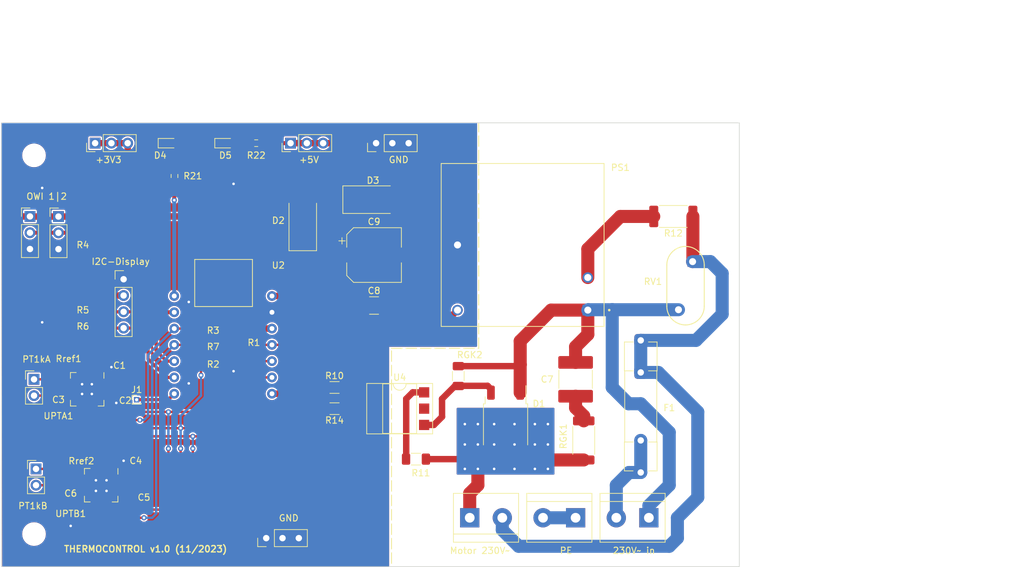
<source format=kicad_pcb>
(kicad_pcb (version 20221018) (generator pcbnew)
  (layers (0 "F.Cu" signal) (31 "B.Cu" signal) (34 "B.Paste" user) (35 "F.Paste" user) (36 "B.SilkS" user "B.Silkscreen") (37 "F.SilkS" user "F.Silkscreen") (38 "B.Mask" user) (39 "F.Mask" user) (44 "Edge.Cuts" user))
  (net 0 "")
  (net 1 "+3V3")
  (net 2 "GND")
  (net 3 "Net-(JPTa1-Pin_1)")
  (net 4 "Net-(JPTa1-Pin_2)")
  (net 5 "Net-(JPTb1-Pin_1)")
  (net 6 "Net-(JPTb1-Pin_2)")
  (net 7 "spi_sdi")
  (net 8 "spi_sck")
  (net 9 "spi_cs1")
  (net 10 "led")
  (net 11 "spi_cs2")
  (net 12 "+5V")
  (net 13 "owi")
  (net 14 "Net-(C7-Pad1)")
  (net 15 "gpio1")
  (net 16 "i2c_sck")
  (net 17 "i2c_sda")
  (net 18 "power_230V_N")
  (net 19 "Net-(D2-K)")
  (net 20 "power_230V_L1_fused")
  (net 21 "power_230V_L1")
  (net 22 "spi_sdo")
  (net 23 "Net-(PS1-AC(L))")
  (net 24 "Net-(UPTB1-ISENSOR)")
  (net 25 "Net-(UPTB1-BIAS)")
  (net 26 "Net-(UPTA1-ISENSOR)")
  (net 27 "Net-(UPTA1-BIAS)")
  (net 28 "Net-(D1-G)")
  (net 30 "motor_ctrl")
  (net 31 "Net-(R10-Pad2)")
  (net 32 "Net-(R11-Pad1)")
  (net 35 "Net-(J_230V_PE1-Pin_1)")
  (net 39 "Net-(D4-A)")
  (net 40 "Net-(D5-A)")
  (net 41 "/motor_control/triac_com")
  (footprint "MountingHole:MountingHole_3.2mm_M3" (layer "F.Cu") (at 31.75 75.565)
    (fp_text reference "H3" hide)
    (fp_text value "MountingHole")
  )
  (footprint "Resistor_SMD:R_0201_0603Metric_Pad0.64x0.40mm_HandSolder" (layer "F.Cu") (at 41.821769 43.438365)
    (fp_text reference "R6")
    (fp_text value "R")
  )
  (footprint "MountingHole:MountingHole_3.2mm_M3" (layer "F.Cu") (at 137.795 17.145)
    (fp_text reference "H1" hide)
    (fp_text value "MountingHole")
  )
  (footprint "Resistor_SMD:R_1206_3216Metric_Pad1.30x1.75mm_HandSolder" (layer "F.Cu") (at 91.313 63.881)
    (fp_text reference "R11")
    (fp_text value "360")
  )
  (footprint "Diode_SMD:D_SMB_Handsoldering" (layer "F.Cu") (at 73.66 26.67 90)
    (fp_text reference "D2")
    (fp_text value "D_Schottky")
  )
  (footprint "Connector_PinHeader_2.54mm:PinHeader_1x03_P2.54mm_Vertical" (layer "F.Cu") (at 35.56 26.05)
    (fp_text reference "JOWI1" hide)
    (fp_text value "Conn_01x03")
  )
  (footprint "VRES_B722-350V_TDK:VRES_B722-350V_TDK" (layer "F.Cu") (at 133.35 36.83 -90)
    (fp_text reference "RV1")
    (fp_text value "S10K350")
  )
  (footprint "Resistor_SMD:R_2512_6332Metric_Pad1.40x3.35mm_HandSolder" (layer "F.Cu") (at 117.475 60.96 90)
    (fp_text reference "RGK1")
    (fp_text value "39")
  )
  (footprint "Resistor_SMD:R_0201_0603Metric_Pad0.64x0.40mm_HandSolder" (layer "F.Cu") (at 41.821769 40.910809)
    (fp_text reference "R5")
    (fp_text value "R")
  )
  (footprint "Capacitor_SMD:C_0201_0603Metric_Pad0.64x0.40mm_HandSolder" (layer "F.Cu") (at 44.704 50.8 90)
    (fp_text reference "C1")
    (fp_text value "C")
  )
  (footprint "LED_SMD:LED_0603_1608Metric_Pad1.05x0.95mm_HandSolder" (layer "F.Cu") (at 61.595 14.605)
    (fp_text reference "D5")
    (fp_text value "power_led")
  )
  (footprint "Connector_PinHeader_2.54mm:PinHeader_1x04_P2.54mm_Vertical" (layer "F.Cu") (at 45.72 35.824)
    (fp_text reference "JDisplay1" hide)
    (fp_text value "Conn_01x04_Pin")
  )
  (footprint "MountingHole:MountingHole_3.2mm_M3" (layer "F.Cu") (at 137.795 74.93)
    (fp_text reference "H4" hide)
    (fp_text value "MountingHole")
  )
  (footprint "Connector_PinHeader_2.54mm:PinHeader_1x03_P2.54mm_Vertical" (layer "F.Cu") (at 67.96 76.2 90)
    (fp_text reference "JGND1" hide)
    (fp_text value "Conn_01x03" hide)
  )
  (footprint "xiao ESP32C3_PCB:flo_esp32s3" (layer "F.Cu") (at 53.614 56.22)
    (fp_text reference "U2")
    (fp_text value "MOUDLE-SEEEDUINO-XIAO-ESP32C3")
  )
  (footprint "Diode_SMD:D_SMB_Handsoldering" (layer "F.Cu") (at 84.615 23.414)
    (fp_text reference "D3")
    (fp_text value "SMBJ7.0A")
  )
  (footprint "Resistor_SMD:R_0201_0603Metric_Pad0.64x0.40mm_HandSolder" (layer "F.Cu") (at 57.343963 43.526442 180)
    (fp_text reference "R3")
    (fp_text value "1k")
  )
  (footprint "Resistor_SMD:R_0201_0603Metric_Pad0.64x0.40mm_HandSolder" (layer "F.Cu") (at 67.382215 45.653006 -90)
    (fp_text reference "R1")
    (fp_text value "1k")
  )
  (footprint "power_230v_5v_LD03_23B05R2:CONV_LD03-23B05R2" (layer "F.Cu") (at 107.95 30.48 180)
    (fp_text reference "PS1")
    (fp_text value "LD03-23B05R2")
  )
  (footprint "Connector_PinHeader_2.54mm:PinHeader_1x03_P2.54mm_Vertical" (layer "F.Cu") (at 85.09 14.605 90)
    (fp_text reference "JGND2" hide)
    (fp_text value "Conn_01x03")
  )
  (footprint "TerminalBlock:TerminalBlock_bornier-2_P5.08mm" (layer "F.Cu") (at 127.635 73.025 180)
    (fp_text reference "J_230V_in1" hide)
    (fp_text value "Screw_Terminal_01x02" hide)
  )
  (footprint "Package_DFN_QFN:TQFN-20-1EP_5x5mm_P0.65mm_EP3.25x3.25mm" (layer "F.Cu") (at 42.2185 67.945 -90)
    (fp_text reference "UPTB1")
    (fp_text value "MAX31865xTP")
  )
  (footprint "Resistor_SMD:R_0201_0603Metric_Pad0.64x0.40mm_HandSolder" (layer "F.Cu") (at 40.44338 48.458514)
    (fp_text reference "Rref1")
    (fp_text value "R")
  )
  (footprint "Connector_PinHeader_1.00mm:PinHeader_1x01_P1.00mm_Vertical" (layer "F.Cu") (at 47.752 54.61)
    (fp_text reference "J1")
    (fp_text value "Conn_01x01")
  )
  (footprint "Capacitor_SMD:C_1210_3225Metric_Pad1.33x2.70mm_HandSolder" (layer "F.Cu") (at 84.775 39.924)
    (fp_text reference "C8")
    (fp_text value "1u")
  )
  (footprint "Capacitor_SMD:C_0201_0603Metric_Pad0.64x0.40mm_HandSolder" (layer "F.Cu") (at 35.3605 52.8835 -90)
    (fp_text reference "C3")
    (fp_text value "100nF")
  )
  (footprint "Package_DFN_QFN:TQFN-20-1EP_5x5mm_P0.65mm_EP3.25x3.25mm" (layer "F.Cu") (at 40.035 52.989 -90)
    (fp_text reference "UPTA1")
    (fp_text value "MAX31865xTP")
  )
  (footprint "LED_SMD:LED_0603_1608Metric_Pad1.05x0.95mm_HandSolder" (layer "F.Cu") (at 52.775363 14.605)
    (fp_text reference "D4")
    (fp_text value "LED")
  )
  (footprint "Resistor_SMD:R_0603_1608Metric_Pad0.98x0.95mm_HandSolder" (layer "F.Cu") (at 66.3975 14.605 180)
    (fp_text reference "R22")
    (fp_text value "R")
  )
  (footprint "Resistor_SMD:R_1206_3216Metric_Pad1.30x1.75mm_HandSolder" (layer "F.Cu") (at 97.917 50.927 -90)
    (fp_text reference "RGK2")
    (fp_text value "330")
  )
  (footprint "MountingHole:MountingHole_3.2mm_M3" (layer "F.Cu") (at 31.75 16.51)
    (fp_text reference "H2" hide)
    (fp_text value "MountingHole")
  )
  (footprint "Connector_PinHeader_2.54mm:PinHeader_1x03_P2.54mm_Vertical" (layer "F.Cu") (at 71.755 14.605 90)
    (fp_text reference "J5V1" hide)
    (fp_text value "Conn_01x03")
  )
  (footprint "Resistor_SMD:R_1206_3216Metric_Pad1.30x1.75mm_HandSolder" (layer "F.Cu") (at 78.613 52.705)
    (fp_text reference "R10")
    (fp_text value "Rift")
  )
  (footprint "Connector_PinHeader_2.54mm:PinHeader_1x02_P2.54mm_Vertical" (layer "F.Cu") (at 32.0585 65.405)
    (fp_text reference "JPTb1" hide)
    (fp_text value "Conn_01x02")
  )
  (footprint "Resistor_SMD:R_2512_6332Metric_Pad1.40x3.35mm_HandSolder" (layer "F.Cu") (at 131.445 26.035 180)
    (fp_text reference "R12")
    (fp_text value "RES SMD 12 OHM 5% 3W 2512")
  )
  (footprint "Connector_PinHeader_2.54mm:PinHeader_1x02_P2.54mm_Vertical" (layer "F.Cu") (at 31.75 51.435)
    (fp_text reference "JPTa1" hide)
    (fp_text value "Conn_01x02")
  )
  (footprint "Package_TO_SOT_SMD:TO-252-2" (layer "F.Cu") (at 105.283 58.557 -90)
    (fp_text reference "D1")
    (fp_text value "ACST210")
  )
  (footprint "TerminalBlock:TerminalBlock_bornier-2_P5.08mm" (layer "F.Cu") (at 99.695 73.025)
    (fp_text reference "J_Motor_out1" hide)
    (fp_text value "Screw_Terminal_01x02")
  )
  (footprint "Resistor_SMD:R_0603_1608Metric_Pad0.98x0.95mm_HandSolder" (layer "F.Cu") (at 53.65401 19.725913 90)
    (fp_text reference "R21")
    (fp_text value "R")
  )
  (footprint "Package_DIP:DIP-6_W7.62mm_SMDSocket_SmallPads" (layer "F.Cu") (at 88.773 56.007)
    (fp_text reference "U4")
    (fp_text value "MOC3162M")
  )
  (footprint "Resistor_SMD:R_0201_0603Metric_Pad0.64x0.40mm_HandSolder" (layer "F.Cu") (at 57.785 49.0975 -90)
    (fp_text reference "R2")
    (fp_text value "1k")
  )
  (footprint "Capacitor_SMD:CP_Elec_8x6.9" (layer "F.Cu") (at 84.775 32.05)
    (fp_text reference "C9")
    (fp_text value "150u")
  )
  (footprint "Connector_PinHeader_2.54mm:PinHeader_1x03_P2.54mm_Vertical" (layer "F.Cu") (at 31.115 26.035)
    (fp_text reference "JOWI2" hide)
    (fp_text value "Conn_01x03")
  )
  (footprint "Resistor_SMD:R_0201_0603Metric_Pad0.64x0.40mm_HandSolder" (layer "F.Cu") (at 57.334446 46.063025 180)
    (fp_text reference "R7")
    (fp_text value "1k")
  )
  (footprint "Resistor_SMD:R_0201_0603Metric_Pad0.64x0.40mm_HandSolder" (layer "F.Cu") (at 38.735 28.1675 -90)
    (fp_text reference "R4")
    (fp_text value "R")
  )
  (footprint "Capacitor_SMD:C_0201_0603Metric_Pad0.64x0.40mm_HandSolder" (layer "F.Cu") (at 44.7585 53.245 -90)
    (fp_text reference "C2")
    (fp_text value "C")
  )
  (footprint "Capacitor_SMD:C_0201_0603Metric_Pad0.64x0.40mm_HandSolder" (layer "F.Cu") (at 37.1385 67.31 -90)
    (fp_text reference "C6")
    (fp_text value "100nF")
  )
  (footprint "Capacitor_SMD:C_0201_0603Metric_Pad0.64x0.40mm_HandSolder" (layer "F.Cu") (at 47.2985 68.1475 -90)
    (fp_text reference "C5")
    (fp_text value "C")
  )
  (footprint "Connector_PinHeader_2.54mm:PinHeader_1x03_P2.54mm_Vertical" (layer "F.Cu") (at 41.275 14.605 90)
    (fp_text reference "J3V3" hide)
    (fp_text value "Conn_01x03" hide)
  )
  (footprint "Capacitor_SMD:C_2220_5650Metric_Pad1.97x5.40mm_HandSolder" (layer "F.Cu") (at 116.205 51.435 90)
    (fp_text reference "C7")
    (fp_text value "10nF (X2)")
  )
  (footprint "Resistor_SMD:R_0201_0603Metric_Pad0.64x0.40mm_HandSolder" (layer "F.Cu") (at 42.620878 63.534057)
    (fp_text reference "Rref2")
    (fp_text value "R")
  )
  (footprint "Resistor_SMD:R_1206_3216Metric_Pad1.30x1.75mm_HandSolder" (layer "F.Cu") (at 78.613 56.007 180)
    (fp_text reference "R14")
    (fp_text value "4k7")
  )
  (footprint "Fuse:Fuseholder_Clip-5x20mm_Schurter_CQM_Inline_P20.60x5.00mm_D1.00mm_Horizontal" (layer "F.Cu") (at 126.365 45.36 -90)
    (fp_text reference "F1")
    (fp_text value "0031.8201")
  )
  (footprint "Capacitor_SMD:C_0201_0603Metric_Pad0.64x0.40mm_HandSolder" (layer "F.Cu") (at 47.2985 65.8375 90)
    (fp_text reference "C4")
    (fp_text value "C")
  )
  (footprint "TerminalBlock:TerminalBlock_bornier-2_P5.08mm" (layer "F.Cu") (at 116.205 73.025 180)
    (fp_text reference "J_230V_PE1" hide)
    (fp_text value "Screw_Terminal_01x02" hide)
  )
  (gr_rect (start 186.055 -7.62) (end 186.055 -7.62) (stroke (width 0.2)) (fill none) (layer "F.Cu"))
  (gr_line (start 87.503 80.137) (end 87.503 46.609) (stroke (width 0.15) (type dash)) (layer "F.SilkS"))
  (gr_line (start 87.503 46.609) (end 101.092 46.609) (stroke (width 0.15) (type dash)) (layer "F.SilkS"))
  (gr_line (start 101.092 46.609) (end 101.092 11.557) (stroke (width 0.15) (type dash)) (layer "F.SilkS"))
  (gr_rect (start 26.67 11.43) (end 141.732 80.645) (stroke (width 0.1)) (fill none) (layer "Edge.Cuts"))
  (gr_text "+3V3" (at 41.275 17.78) (layer "F.SilkS") (effects (font (size 1 1)) (justify left bottom)))
  (gr_text "I2C-Display" (at 40.64 33.655) (layer "F.SilkS") (effects (font (size 1 1)) (justify left bottom)))
  (gr_text "THERMOCONTROL v1.0 (11/2023)" (at 36.322 78.486) (layer "F.SilkS") (effects (font (size 1 1) (thickness 0.2) bold) (justify left bottom)))
  (gr_text "PE" (at 113.665 78.74) (layer "F.SilkS") (effects (font (size 1 1)) (justify left bottom)))
  (gr_text "PT1kA" (at 29.845 48.895) (layer "F.SilkS") (effects (font (size 1 1)) (justify left bottom)))
  (gr_text "230V~ in" (at 121.92 78.74) (layer "F.SilkS") (effects (font (size 1 1)) (justify left bottom)))
  (gr_text "GND" (at 69.85 73.66) (layer "F.SilkS") (effects (font (size 1 1)) (justify left bottom)))
  (gr_text "PT1kB" (at 29.21 71.755) (layer "F.SilkS") (effects (font (size 1 1)) (justify left bottom)))
  (gr_text "GND" (at 86.995 17.78) (layer "F.SilkS") (effects (font (size 1 1)) (justify left bottom)))
  (gr_text "OWI 1|2" (at 30.48 23.495) (layer "F.SilkS") (effects (font (size 1 1)) (justify left bottom)))
  (gr_text "Motor 230V~" (at 96.52 78.74) (layer "F.SilkS") (effects (font (size 1 1)) (justify left bottom)))
  (gr_text "+5V" (at 73.025 17.78) (layer "F.SilkS") (effects (font (size 1 1)) (justify left bottom)))
  (segment (start 57.785 42.545) (end 60.325 40.005) (width 0.381) (layer "F.Cu") (net 1))
  (segment (start 41.414269 39.865731) (end 42.916 38.364) (width 0.508) (layer "F.Cu") (net 1))
  (segment (start 57.751463 43.526442) (end 57.785 43.492905) (width 0.381) (layer "F.Cu") (net 1))
  (segment (start 67.31 43.52) (end 68.854 43.52) (width 1.016) (layer "F.Cu") (net 1))
  (segment (start 35.56 26.05) (end 31.13 26.05) (width 1.016) (layer "F.Cu") (net 1))
  (segment (start 41.414269 43.438365) (end 41.414269 40.910809) (width 0.508) (layer "F.Cu") (net 1))
  (segment (start 47.2985 67.74) (end 48.465 67.74) (width 0.381) (layer "F.Cu") (net 1))
  (segment (start 46.8535 67.295) (end 47.2985 67.74) (width 0.381) (layer "F.Cu") (net 1))
  (segment (start 62.23 28.575) (end 62.23 40.005) (width 1.016) (layer "F.Cu") (net 1))
  (segment (start 62.23 40.005) (end 65.745 43.52) (width 1.016) (layer "F.Cu") (net 1))
  (segment (start 31.13 26.05) (end 31.115 26.035) (width 1.016) (layer "F.Cu") (net 1))
  (segment (start 44.2225 51.689) (end 44.704 51.2075) (width 0.381) (layer "F.Cu") (net 1))
  (segment (start 45.942 51.213) (end 46.355 50.8) (width 0.381) (layer "F.Cu") (net 1))
  (segment (start 31.362332 61.842332) (end 48.507332 61.842332) (width 1.016) (layer "F.Cu") (net 1))
  (segment (start 49.325 66.245) (end 49.53 66.04) (width 0.381) (layer "F.Cu") (net 1))
  (segment (start 29.21 26.035) (end 28.575 26.67) (width 1.016) (layer "F.Cu") (net 1))
  (segment (start 65.745 43.52) (end 67.31 43.52) (width 1.016) (layer "F.Cu") (net 1))
  (segment (start 45.8525 52.8375) (end 46.355 52.335) (width 0.381) (layer "F.Cu") (net 1))
  (segment (start 42.916 38.364) (end 45.72 38.364) (width 0.508) (layer "F.Cu") (net 1))
  (segment (start 41.91 26.035) (end 48.26 26.035) (width 1.016) (layer "F.Cu") (net 1))
  (segment (start 44.704 51.2075) (end 45.9365 51.2075) (width 0.381) (layer "F.Cu") (net 1))
  (segment (start 57.785 43.492905) (end 57.785 42.545) (width 0.381) (layer "F.Cu") (net 1))
  (segment (start 41.414269 40.910809) (end 41.414269 39.865731) (width 0.508) (layer "F.Cu") (net 1))
  (segment (start 46.355 20.955) (end 46.355 24.13) (width 1.016) (layer "F.Cu") (net 1))
  (segment (start 57.741946 43.535959) (end 57.751463 43.526442) (width 0.381) (layer "F.Cu") (net 1))
  (segment (start 46.355 14.605) (end 43.815 14.605) (width 1) (layer "F.Cu") (net 1))
  (segment (start 28.575 26.67) (end 28.575 36.195) (width 1.016) (layer "F.Cu") (net 1))
  (segment (start 49.53 62.865) (end 49.53 66.04) (width 1.016) (layer "F.Cu") (net 1))
  (segment (start 30.744 38.364) (end 45.72 38.364) (width 1.016) (layer "F.Cu") (net 1))
  (segment (start 67.382215 45.245506) (end 67.382215 43.592215) (width 0.381) (layer "F.Cu") (net 1))
  (segment (start 31.115 26.035) (end 29.21 26.035) (width 1.016) (layer "F.Cu") (net 1))
  (segment (start 46.355 48.895) (end 45.085 47.625) (width 0.508) (layer "F.Cu") (net 1))
  (segment (start 28.575 36.195) (end 30.744 38.364) (width 1.016) (layer "F.Cu") (net 1))
  (segment (start 46.355 52.335) (end 46.355 52.07) (width 0.25) (layer "F.Cu") (net 1))
  (segment (start 60.325 40.005) (end 62.23 40.005) (width 0.381) (layer "F.Cu") (net 1))
  (segment (start 44.7585 52.8375) (end 45.8525 52.8375) (width 0.381) (layer "F.Cu") (net 1))
  (segment (start 42.4725 52.339) (end 44.26 52.339) (width 0.381) (layer "F.Cu") (net 1))
  (segment (start 46.355 50.8) (end 46.355 48.895) (width 0.508) (layer "F.Cu") (net 1))
  (segment (start 46.8985 66.645) (end 47.2985 66.245) (width 0.381) (layer "F.Cu") (net 1))
  (segment (start 48.507332 61.842332) (end 49.53 62.865) (width 1.016) (layer "F.Cu") (net 1))
  (segment (start 38.735 26.05) (end 41.895 26.05) (width 1.016) (layer "F.Cu") (net 1))
  (segment (start 49.53 66.04) (end 49.53 66.675) (width 1.016) (layer "F.Cu") (net 1))
  (segment (start 48.26 26.035) (end 59.69 26.035) (width 1.016) (layer "F.Cu") (net 1))
  (segment (start 57.785 48.69) (end 57.785 46.106079) (width 0.381) (layer "F.Cu") (net 1))
  (segment (start 57.741946 46.063025) (end 57.741946 43.535959) (width 0.381) (layer "F.Cu") (net 1))
  (segment (start 41.275 14.605) (end 43.815 14.605) (width 1) (layer "F.Cu") (net 1))
  (segment (start 41.895 26.05) (end 41.91 26.035) (width 1.016) (layer "F.Cu") (net 1))
  (segment (start 28.575 59.055) (end 31.362332 61.842332) (width 1.016) (layer "F.Cu") (net 1))
  (segment (start 46.355 24.13) (end 48.26 26.035) (width 1.016) (layer "F.Cu") (net 1))
  (segment (start 28.575 36.195) (end 28.575 59.055) (width 1.016) (layer "F.Cu") (net 1))
  (segment (start 46.355 14.605) (end 46.355 20.955) (width 1) (layer "F.Cu") (net 1))
  (segment (start 43.18 47.625) (end 41.414269 45.859269) (width 0.508) (layer "F.Cu") (net 1))
  (segment (start 44.26 52.339) (end 44.7585 52.8375) (width 0.381) (layer "F.Cu") (net 1))
  (segment (start 42.4725 51.689) (end 44.2225 51.689) (width 0.381) (layer "F.Cu") (net 1))
  (segment (start 59.69 26.035) (end 62.23 28.575) (width 1.016) (layer "F.Cu") (net 1))
  (segment (start 45.9365 51.2075) (end 45.942 51.213) (width 0.381) (layer "F.Cu") (net 1))
  (segment (start 35.545 26.035) (end 35.56 26.05) (width 0.508) (layer "F.Cu") (net 1))
  (segment (start 44.656 66.645) (end 46.8985 66.645) (width 0.381) (layer "F.Cu") (net 1))
  (segment (start 46.355 52.07) (end 46.355 50.8) (width 0.508) (layer "F.Cu") (net 1))
  (segment (start 44.656 67.295) (end 46.8535 67.295) (width 0.381) (layer "F.Cu") (net 1))
  (segment (start 45.085 47.625) (end 43.18 47.625) (width 0.508) (layer "F.Cu") (net 1))
  (segment (start 57.785 46.106079) (end 57.741946 46.063025) (width 0.381) (layer "F.Cu") (net 1))
  (segment (start 38.735 26.05) (end 35.56 26.05) (width 1.016) (layer "F.Cu") (net 1))
  (segment (start 67.382215 43.592215) (end 67.31 43.52) (width 0.254) (layer "F.Cu") (net 1))
  (segment (start 38.735 27.76) (end 38.735 26.05) (width 0.508) (layer "F.Cu") (net 1))
  (segment (start 41.414269 45.859269) (end 41.414269 43.438365) (width 0.508) (layer "F.Cu") (net 1))
  (segment (start 48.465 67.74) (end 49.53 66.675) (width 0.381) (layer "F.Cu") (net 1))
  (segment (start 44.7585 52.8375) (end 44.761047 52.840047) (width 0.25) (layer "F.Cu") (net 1))
  (segment (start 47.2985 66.245) (end 49.325 66.245) (width 0.381) (layer "F.Cu") (net 1))
  (segment (start 84.963 56.007) (end 80.163 56.007) (width 1) (layer "F.Cu") (net 2))
  (via (at 43.053 67.183) (size 0.8) (drill 0.4) (layers "F.Cu" "B.Cu") (net 2))
  (via (at 41.402 67.183) (size 0.8) (drill 0.4) (layers "F.Cu" "B.Cu") (net 2))
  (via (at 55.88 39.37) (size 0.8) (drill 0.4) (layers "F.Cu" "B.Cu") (net 2))
  (via (at 44.577 55.118) (size 0.8) (drill 0.4) (layers "F.Cu" "B.Cu") (net 2))
  (via (at 43.053 68.834) (size 0.8) (drill 0.4) (layers "F.Cu" "B.Cu") (net 2))
  (via (at 33.02 21.59) (size 0.8) (drill 0.4) (layers "F.Cu" "B.Cu") (net 2))
  (via (at 41.402 68.834) (size 0.8) (drill 0.4) (layers "F.Cu" "B.Cu") (net 2))
  (via (at 45.72 64.135) (size 0.8) (drill 0.4) (layers "F.Cu" "B.Cu") (net 2))
  (via (at 39.243 53.721) (size 0.8) (drill 0.4) (layers "F.Cu" "B.Cu") (net 2))
  (via (at 55.88 52.07) (size 0.8) (drill 0.4) (layers "F.Cu" "B.Cu") (net 2))
  (via (at 43.815 49.53) (size 0.8) (drill 0.4) (layers "F.Cu" "B.Cu") (net 2))
  (via (at 62.865 20.955) (size 0.8) (drill 0.4) (layers "F.Cu" "B.Cu") (net 2))
  (via (at 39.243 52.197) (size 0.8) (drill 0.4) (layers "F.Cu" "B.Cu") (net 2))
  (via (at 37.465 74.295) (size 0.8) (drill 0.4) (layers "F.Cu" "B.Cu") (net 2))
  (via (at 40.767 53.721) (size 0.8) (drill 0.4) (layers "F.Cu" "B.Cu") (net 2))
  (via (at 33.02 42.545) (size 0.8) (drill 0.4) (layers "F.Cu" "B.Cu") (net 2))
  (via (at 62.865 50.165) (size 0.8) (drill 0.4) (layers "F.Cu" "B.Cu") (net 2))
  (via (at 40.767 52.197) (size 0.8) (drill 0.4) (layers "F.Cu" "B.Cu") (net 2))
  (segment (start 36.0975 52.476) (end 36.2345 52.339) (width 0.381) (layer "F.Cu") (net 3))
  (segment (start 32.0585 51.435) (end 34.3195 51.435) (width 0.381) (layer "F.Cu") (net 3))
  (segment (start 38.735 50.5515) (end 37.006 50.5515) (width 0.381) (layer "F.Cu") (net 3))
  (segment (start 36.2345 51.323) (end 37.006 50.5515) (width 0.381) (layer "F.Cu") (net 3))
  (segment (start 37.5975 52.339) (end 36.2345 52.339) (width 0.381) (layer "F.Cu") (net 3))
  (segment (start 36.2345 51.323) (end 36.2345 52.339) (width 0.381) (layer "F.Cu") (net 3))
  (segment (start 34.3195 51.435) (end 35.3605 52.476) (width 0.381) (layer "F.Cu") (net 3))
  (segment (start 35.3605 52.476) (end 36.0975 52.476) (width 0.381) (layer "F.Cu") (net 3))
  (segment (start 37.5975 53.639) (end 35.7085 53.639) (width 0.381) (layer "F.Cu") (net 4))
  (segment (start 35.7085 53.639) (end 35.3605 53.291) (width 0.381) (layer "F.Cu") (net 4))
  (segment (start 34.5205 53.291) (end 35.3605 53.291) (width 0.381) (layer "F.Cu") (net 4))
  (segment (start 37.5975 52.989) (end 37.5975 53.639) (width 0.381) (layer "F.Cu") (net 4))
  (segment (start 33.8365 53.975) (end 34.5205 53.291) (width 0.381) (layer "F.Cu") (net 4))
  (segment (start 32.0585 53.975) (end 33.8365 53.975) (width 0.381) (layer "F.Cu") (net 4))
  (segment (start 37.1385 66.9025) (end 35.641 65.405) (width 0.381) (layer "F.Cu") (net 5))
  (segment (start 38.4085 66.9025) (end 37.1385 66.9025) (width 0.381) (layer "F.Cu") (net 5))
  (segment (start 40.9185 65.5075) (end 38.941 65.5075) (width 0.381) (layer "F.Cu") (net 5))
  (segment (start 39.0285 67.295) (end 38.636 66.9025) (width 0.381) (layer "F.Cu") (net 5))
  (segment (start 38.4085 66.04) (end 38.4085 66.9025) (width 0.381) (layer "F.Cu") (net 5))
  (segment (start 38.636 66.9025) (end 38.4085 66.9025) (width 0.381) (layer "F.Cu") (net 5))
  (segment (start 39.781 67.295) (end 39.0285 67.295) (width 0.381) (layer "F.Cu") (net 5))
  (segment (start 35.641 65.405) (end 32.0585 65.405) (width 0.381) (layer "F.Cu") (net 5))
  (segment (start 38.941 65.5075) (end 38.4085 66.04) (width 0.381) (layer "F.Cu") (net 5))
  (segment (start 38.1 67.945) (end 39.781 67.945) (width 0.381) (layer "F.Cu") (net 6))
  (segment (start 32.0585 67.945) (end 35.625612 67.945) (width 0.381) (layer "F.Cu") (net 6))
  (segment (start 37.1385 67.7175) (end 37.8725 67.7175) (width 0.381) (layer "F.Cu") (net 6))
  (segment (start 35.853112 67.7175) (end 37.1385 67.7175) (width 0.381) (layer "F.Cu") (net 6))
  (segment (start 35.625612 67.945) (end 35.853112 67.7175) (width 0.381) (layer "F.Cu") (net 6))
  (segment (start 39.781 68.595) (end 39.781 67.945) (width 0.381) (layer "F.Cu") (net 6))
  (segment (start 37.8725 67.7175) (end 38.1 67.945) (width 0.381) (layer "F.Cu") (net 6))
  (segment (start 38.735 58.42) (end 40.64 60.325) (width 0.381) (layer "F.Cu") (net 7))
  (segment (start 68.854 46.06) (end 67.382721 46.06) (width 0.381) (layer "F.Cu") (net 7))
  (segment (start 67.382721 46.06) (end 67.382215 46.060506) (width 0.381) (layer "F.Cu") (net 7))
  (segment (start 56.515 70.485) (end 56.515 62.23) (width 0.381) (layer "F.Cu") (net 7))
  (segment (start 71.5235 46.06) (end 68.854 46.06) (width 0.381) (layer "F.Cu") (net 7))
  (segment (start 43.4975 75.565) (end 51.435 75.565) (width 0.381) (layer "F.Cu") (net 7))
  (segment (start 40.9185 70.3825) (end 40.9185 72.986) (width 0.381) (layer "F.Cu") (net 7))
  (segment (start 59.563 60.325) (end 67.437 52.451) (width 0.381) (layer "F.Cu") (net 7))
  (segment (start 71.5645 52.451) (end 72.517 51.4985) (width 0.381) (layer "F.Cu") (net 7))
  (segment (start 40.9185 72.986) (end 43.4975 75.565) (width 0.381) (layer "F.Cu") (net 7))
  (segment (start 67.437 52.451) (end 71.5645 52.451) (width 0.381) (layer "F.Cu") (net 7))
  (segment (start 40.64 60.325) (end 59.563 60.325) (width 0.381) (layer "F.Cu") (net 7))
  (segment (start 51.435 75.565) (end 56.515 70.485) (width 0.381) (layer "F.Cu") (net 7))
  (segment (start 38.735 55.4265) (end 38.735 58.42) (width 0.381) (layer "F.Cu") (net 7))
  (segment (start 72.517 51.4985) (end 72.517 47.0535) (width 0.381) (layer "F.Cu") (net 7))
  (segment (start 72.517 47.0535) (end 71.5235 46.06) (width 0.381) (layer "F.Cu") (net 7))
  (via (at 56.515 62.23) (size 0.8) (drill 0.4) (layers "F.Cu" "B.Cu") (net 7))
  (via (at 56.515 60.325) (size 0.8) (drill 0.4) (layers "F.Cu" "B.Cu") (net 7))
  (segment (start 56.515 62.23) (end 56.515 60.325) (width 0.381) (layer "B.Cu") (net 7))
  (segment (start 39.385 57.8) (end 39.385 55.4265) (width 0.381) (layer "F.Cu") (net 8))
  (segment (start 41.5685 70.3825) (end 41.5685 72.366) (width 0.381) (layer "F.Cu") (net 8))
  (segment (start 59.15025 59.055) (end 40.64 59.055) (width 0.381) (layer "F.Cu") (net 8))
  (segment (start 43.4975 74.295) (end 50.8 74.295) (width 0.381) (layer "F.Cu") (net 8))
  (segment (start 41.5685 72.366) (end 43.4975 74.295) (width 0.381) (layer "F.Cu") (net 8))
  (segment (start 57.785 50.8) (end 57.785 49.505) (width 0.381) (layer "F.Cu") (net 8))
  (segment (start 40.64 59.055) (end 39.385 57.8) (width 0.381) (layer "F.Cu") (net 8))
  (segment (start 67.06525 51.14) (end 59.15025 59.055) (width 0.381) (layer "F.Cu") (net 8))
  (segment (start 50.8 74.295) (end 54.61 70.485) (width 0.381) (layer "F.Cu") (net 8))
  (segment (start 68.854 51.14) (end 67.06525 51.14) (width 0.381) (layer "F.Cu") (net 8))
  (segment (start 54.61 70.485) (end 54.61 62.23) (width 0.381) (layer "F.Cu") (net 8))
  (via (at 54.61 62.23) (size 0.8) (drill 0.4) (layers "F.Cu" "B.Cu") (net 8))
  (via (at 57.785 50.8) (size 0.8) (drill 0.4) (layers "F.Cu" "B.Cu") (net 8))
  (via (at 54.61 59.055) (size 0.8) (drill 0.4) (layers "F.Cu" "B.Cu") (net 8))
  (segment (start 54.61 59.055) (end 54.61 57.15) (width 0.381) (layer "B.Cu") (net 8))
  (segment (start 57.785 53.975) (end 57.785 50.8) (width 0.381) (layer "B.Cu") (net 8))
  (segment (start 54.61 62.23) (end 54.61 59.055) (width 0.381) (layer "B.Cu") (net 8))
  (segment (start 54.61 57.15) (end 57.785 53.975) (width 0.381) (layer "B.Cu") (net 8))
  (segment (start 40.035 55.4265) (end 40.035 56.545) (width 0.381) (layer "F.Cu") (net 9))
  (segment (start 53.614 43.52) (end 56.930021 43.52) (width 0.381) (layer "F.Cu") (net 9))
  (segment (start 41.275 57.785) (end 48.26 57.785) (width 0.381) (layer "F.Cu") (net 9))
  (segment (start 40.035 56.545) (end 41.275 57.785) (width 0.381) (layer "F.Cu") (net 9))
  (segment (start 56.930021 43.52) (end 56.936463 43.526442) (width 0.381) (layer "F.Cu") (net 9))
  (via (at 48.26 57.785) (size 0.8) (drill 0.4) (layers "F.Cu" "B.Cu") (net 9))
  (segment (start 48.26 57.785) (end 48.895 57.785) (width 0.381) (layer "B.Cu") (net 9))
  (segment (start 49.53 57.15) (end 49.53 47.604) (width 0.381) (layer "B.Cu") (net 9))
  (segment (start 49.53 47.604) (end 53.614 43.52) (width 0.381) (layer "B.Cu") (net 9))
  (segment (start 48.895 57.785) (end 49.53 57.15) (width 0.381) (layer "B.Cu") (net 9))
  (segment (start 53.61912 23.495) (end 53.61912 20.673303) (width 0.635) (layer "F.Cu") (net 10))
  (segment (start 53.61912 20.673303) (end 53.65401 20.638413) (width 0.508) (layer "F.Cu") (net 10))
  (via (at 53.61912 23.495) (size 0.8) (drill 0.4) (layers "F.Cu" "B.Cu") (net 10))
  (segment (start 53.614 31.476) (end 53.614 38.44) (width 0.635) (layer "B.Cu") (net 10))
  (segment (start 53.61912 31.47088) (end 53.614 31.476) (width 0.635) (layer "B.Cu") (net 10))
  (segment (start 53.61912 23.495) (end 53.61912 31.47088) (width 0.635) (layer "B.Cu") (net 10))
  (segment (start 56.923921 46.06) (end 56.926946 46.063025) (width 0.381) (layer "F.Cu") (net 11))
  (segment (start 42.2185 71.691339) (end 43.552161 73.025) (width 0.381) (layer "F.Cu") (net 11))
  (segment (start 43.552161 73.025) (end 48.895 73.025) (width 0.381) (layer "F.Cu") (net 11))
  (segment (start 53.614 46.06) (end 56.923921 46.06) (width 0.381) (layer "F.Cu") (net 11))
  (segment (start 42.2185 70.3825) (end 42.2185 71.691339) (width 0.381) (layer "F.Cu") (net 11))
  (via (at 48.895 73.025) (size 0.8) (drill 0.4) (layers "F.Cu" "B.Cu") (net 11))
  (segment (start 48.895 73.025) (end 50.165 73.025) (width 0.381) (layer "B.Cu") (net 11))
  (segment (start 50.165 73.025) (end 50.8 72.39) (width 0.381) (layer "B.Cu") (net 11))
  (segment (start 50.8 72.39) (end 50.8 48.874) (width 0.381) (layer "B.Cu") (net 11))
  (segment (start 50.8 48.874) (end 53.614 46.06) (width 0.381) (layer "B.Cu") (net 11))
  (segment (start 81.915 17.544) (end 78.976 14.605) (width 1.016) (layer "F.Cu") (net 12))
  (segment (start 81.3 32.05) (end 81.3 27.651) (width 1.016) (layer "F.Cu") (net 12))
  (segment (start 71.755 14.605) (end 74.295 14.605) (width 1.016) (layer "F.Cu") (net 12))
  (segment (start 81.915 27.036) (end 81.915 23.414) (width 1.016) (layer "F.Cu") (net 12))
  (segment (start 71.755 14.605) (end 67.31 14.605) (width 0.635) (layer "F.Cu") (net 12))
  (segment (start 97.79 40.64) (end 93.98 44.45) (width 1.016) (layer "F.Cu") (net 12))
  (segment (start 93.98 44.45) (end 84.455 44.45) (width 1.016) (layer "F.Cu") (net 12))
  (segment (start 83.2125 43.1525) (end 83.2125 39.924) (width 1.016) (layer "F.Cu") (net 12))
  (segment (start 83.185 43.18) (end 83.2125 43.1525) (width 1.016) (layer "F.Cu") (net 12))
  (segment (start 81.3 32.05) (end 81.3 34.925) (width 1.016) (layer "F.Cu") (net 12))
  (segment (start 81.915 23.414) (end 81.915 17.544) (width 1.016) (layer "F.Cu") (net 12))
  (segment (start 81.3 34.925) (end 83.2125 36.8375) (width 1.016) (layer "F.Cu") (net 12))
  (segment (start 81.915 27.036) (end 81.3 27.651) (width 1.016) (layer "F.Cu") (net 12))
  (segment (start 84.455 44.45) (end 83.185 43.18) (width 1.016) (layer "F.Cu") (net 12))
  (segment (start 73.66 23.97) (end 78.265 23.97) (width 1.016) (layer "F.Cu") (net 12))
  (segment (start 76.835 14.605) (end 74.295 14.605) (width 1.016) (layer "F.Cu") (net 12))
  (segment (start 83.2125 36.8375) (end 83.2125 39.924) (width 1.016) (layer "F.Cu") (net 12))
  (segment (start 78.976 14.605) (end 76.835 14.605) (width 1.016) (layer "F.Cu") (net 12))
  (segment (start 78.265 23.97) (end 78.821 23.414) (width 1.016) (layer "F.Cu") (net 12))
  (segment (start 81.915 23.414) (end 78.821 23.414) (width 1.016) (layer "F.Cu") (net 12))
  (segment (start 35.545 28.575) (end 35.56 28.59) (width 0.635) (layer "F.Cu") (net 13))
  (segment (start 38.735 28.575) (end 35.575 28.575) (width 0.635) (layer "F.Cu") (net 13))
  (segment (start 50.8 31.75) (end 47.625 28.575) (width 0.635) (layer "F.Cu") (net 13))
  (segment (start 52.41 40.98) (end 50.8 39.37) (width 0.635) (layer "F.Cu") (net 13))
  (segment (start 35.575 28.575) (end 35.56 28.59) (width 0.635) (layer "F.Cu") (net 13))
  (segment (start 50.8 39.37) (end 50.8 31.75) (width 0.635) (layer "F.Cu") (net 13))
  (segment (start 31.115 28.575) (end 35.545 28.575) (width 0.635) (layer "F.Cu") (net 13))
  (segment (start 53.614 40.98) (end 52.41 40.98) (width 0.635) (layer "F.Cu") (net 13))
  (segment (start 47.625 28.575) (end 38.735 28.575) (width 0.635) (layer "F.Cu") (net 13))
  (segment (start 117.475 57.91) (end 117.475 57.15) (width 2.032) (layer "F.Cu") (net 14))
  (segment (start 117.475 57.15) (end 116.205 55.88) (width 2.032) (layer "F.Cu") (net 14))
  (segment (start 116.205 54.0725) (end 116.205 55.88) (width 2.032) (layer "F.Cu") (net 14))
  (segment (start 53.614 53.68) (end 52.684 54.61) (width 0.508) (layer "F.Cu") (net 15))
  (segment (start 52.684 54.61) (end 47.752 54.61) (width 0.508) (layer "F.Cu") (net 15))
  (segment (start 45.72 43.444) (end 42.234904 43.444) (width 0.508) (layer "F.Cu") (net 16))
  (segment (start 49.53 45.085) (end 47.889 43.444) (width 0.508) (layer "F.Cu") (net 16))
  (segment (start 49.53 48.26) (end 49.53 45.085) (width 0.508) (layer "F.Cu") (net 16))
  (segment (start 53.614 51.14) (end 52.41 51.14) (width 0.508) (layer "F.Cu") (net 16))
  (segment (start 47.889 43.444) (end 45.72 43.444) (width 0.508) (layer "F.Cu") (net 16))
  (segment (start 42.234904 43.444) (end 42.229269 43.438365) (width 0.254) (layer "F.Cu") (net 16))
  (segment (start 52.41 51.14) (end 49.53 48.26) (width 0.508) (layer "F.Cu") (net 16))
  (segment (start 53.614 48.6) (end 52.41 48.6) (width 0.508) (layer "F.Cu") (net 17))
  (segment (start 50.8 43.18) (end 48.524 40.904) (width 0.508) (layer "F.Cu") (net 17))
  (segment (start 45.713191 40.910809) (end 45.72 40.904) (width 0.254) (layer "F.Cu") (net 17))
  (segment (start 52.41 48.6) (end 50.8 46.99) (width 0.508) (layer "F.Cu") (net 17))
  (segment (start 42.229269 40.910809) (end 45.713191 40.910809) (width 0.508) (layer "F.Cu") (net 17))
  (segment (start 48.524 40.904) (end 45.72 40.904) (width 0.508) (layer "F.Cu") (net 17))
  (segment (start 50.8 46.99) (end 50.8 43.18) (width 0.508) (layer "F.Cu") (net 17))
  (segment (start 107.569 49.143) (end 107.569 45.466) (width 2.032) (layer "F.Cu") (net 18))
  (segment (start 97.917 49.377) (end 107.335 49.377) (width 1) (layer "F.Cu") (net 18))
  (segment (start 107.563 53.517) (end 107.563 49.149) (width 2.032) (layer "F.Cu") (net 18))
  (segment (start 118.11 44.45) (end 118.11 40.64) (width 2.032) (layer "F.Cu") (net 18))
  (segment (start 112.395 40.64) (end 118.11 40.64) (width 2.032) (layer "F.Cu") (net 18))
  (segment (start 107.563 49.149) (end 107.569 49.143) (width 2.032) (layer "F.Cu") (net 18))
  (segment (start 107.569 45.466) (end 112.395 40.64) (width 2.032) (layer "F.Cu") (net 18))
  (segment (start 116.205 48.7975) (end 116.205 46.355) (width 2.032) (layer "F.Cu") (net 18))
  (segment (start 116.205 46.355) (end 118.11 44.45) (width 2.032) (layer "F.Cu") (net 18))
  (segment (start 124.46 55.245) (end 121.92 52.705) (width 2.032) (layer "B.Cu") (net 18))
  (segment (start 121.92 40.58) (end 118.17 40.58) (width 2.032) (layer "B.Cu") (net 18))
  (segment (start 118.17 40.58) (end 118.11 40.64) (width 2.032) (layer "B.Cu") (net 18))
  (segment (start 130.81 59.69) (end 126.365 55.245) (width 2.032) (layer "B.Cu") (net 18))
  (segment (start 121.92 52.705) (end 121.92 40.58) (width 2.032) (layer "B.Cu") (net 18))
  (segment (start 127.635 73.025) (end 127.635 71.12) (width 2.032) (layer "B.Cu") (net 18))
  (segment (start 130.81 67.945) (end 130.81 59.69) (width 2.032) (layer "B.Cu") (net 18))
  (segment (start 132.25 40.58) (end 121.92 40.58) (width 2.032) (layer "B.Cu") (net 18))
  (segment (start 126.365 55.245) (end 124.46 55.245) (width 2.032) (layer "B.Cu") (net 18))
  (segment (start 127.635 71.12) (end 130.81 67.945) (width 2.032) (layer "B.Cu") (net 18))
  (segment (start 72.685 38.44) (end 73.66 37.465) (width 1.016) (layer "F.Cu") (net 19))
  (segment (start 73.66 37.465) (end 73.66 29.37) (width 1.016) (layer "F.Cu") (net 19))
  (segment (start 68.854 38.44) (end 72.685 38.44) (width 1.016) (layer "F.Cu") (net 19))
  (segment (start 134.495 26.035) (end 134.495 33.035) (width 2.032) (layer "F.Cu") (net 20))
  (segment (start 134.495 33.035) (end 134.45 33.08) (width 2.032) (layer "F.Cu") (net 20))
  (segment (start 104.775 73.025) (end 104.775 74.93) (width 2.032) (layer "B.Cu") (net 20))
  (segment (start 126.365 45.36) (end 134.98 45.36) (width 2.032) (layer "B.Cu") (net 20))
  (segment (start 132.08 76.2) (end 132.08 73.025) (width 2.032) (layer "B.Cu") (net 20))
  (segment (start 104.775 74.93) (end 107.315 77.47) (width 2.032) (layer "B.Cu") (net 20))
  (segment (start 139.065 34.925) (end 137.22 33.08) (width 2.032) (layer "B.Cu") (net 20))
  (segment (start 129.1 50.36) (end 126.365 50.36) (width 2.032) (layer "B.Cu") (net 20))
  (segment (start 137.22 33.08) (end 134.45 33.08) (width 2.032) (layer "B.Cu") (net 20))
  (segment (start 135.255 56.515) (end 129.1 50.36) (width 2.032) (layer "B.Cu") (net 20))
  (segment (start 107.315 77.47) (end 130.81 77.47) (width 2.032) (layer "B.Cu") (net 20))
  (segment (start 126.365 50.36) (end 126.365 45.36) (width 2.032) (layer "B.Cu") (net 20))
  (segment (start 135.255 69.85) (end 135.255 56.515) (width 2.032) (layer "B.Cu") (net 20))
  (segment (start 139.065 41.275) (end 139.065 34.925) (width 2.032) (layer "B.Cu") (net 20))
  (segment (start 134.98 45.36) (end 139.065 41.275) (width 2.032) (layer "B.Cu") (net 20))
  (segment (start 132.08 73.025) (end 135.255 69.85) (width 2.032) (layer "B.Cu") (net 20))
  (segment (start 130.81 77.47) (end 132.08 76.2) (width 2.032) (layer "B.Cu") (net 20))
  (segment (start 124.54 65.96) (end 126.365 65.96) (width 2.032) (layer "B.Cu") (net 21))
  (segment (start 124.54 65.96) (end 122.555 67.945) (width 2.032) (layer "B.Cu") (net 21))
  (segment (start 122.555 67.945) (end 122.555 73.025) (width 2.032) (layer "B.Cu") (net 21))
  (segment (start 126.365 60.96) (end 126.365 65.96) (width 2.032) (layer "B.Cu") (net 21))
  (segment (start 42.8685 71.024043) (end 43.599457 71.755) (width 0.381) (layer "F.Cu") (net 22))
  (segment (start 58.801 56.515) (end 66.716 48.6) (width 0.381) (layer "F.Cu") (net 22))
  (segment (start 41.275 56.515) (end 58.801 56.515) (width 0.381) (layer "F.Cu") (net 22))
  (segment (start 40.685 55.4265) (end 40.685 55.925) (width 0.381) (layer "F.Cu") (net 22))
  (segment (start 43.599457 71.755) (end 51.435 71.755) (width 0.381) (layer "F.Cu") (net 22))
  (segment (start 42.8685 70.3825) (end 42.8685 71.024043) (width 0.381) (layer "F.Cu") (net 22))
  (segment (start 52.705 70.485) (end 52.705 62.23) (width 0.381) (layer "F.Cu") (net 22))
  (segment (start 51.435 71.755) (end 52.705 70.485) (width 0.381) (layer "F.Cu") (net 22))
  (segment (start 66.716 48.6) (end 68.854 48.6) (width 0.381) (layer "F.Cu") (net 22))
  (segment (start 40.685 55.925) (end 41.275 56.515) (width 0.381) (layer "F.Cu") (net 22))
  (via (at 52.705 56.515) (size 0.8) (drill 0.4) (layers "F.Cu" "B.Cu") (net 22))
  (via (at 52.705 62.23) (size 0.8) (drill 0.4) (layers "F.Cu" "B.Cu") (net 22))
  (segment (start 52.705 62.23) (end 52.705 56.515) (width 0.381) (layer "B.Cu") (net 22))
  (segment (start 123.19 26.035) (end 128.395 26.035) (width 2.032) (layer "F.Cu") (net 23))
  (segment (start 118.11 31.115) (end 123.19 26.035) (width 2.032) (layer "F.Cu") (net 23))
  (segment (start 118.11 35.56) (end 118.11 31.115) (width 2.032) (layer "F.Cu") (net 23))
  (segment (start 41.5685 65.5075) (end 42.2185 65.5075) (width 0.381) (layer "F.Cu") (net 24))
  (segment (start 42.2185 65.5075) (end 42.2185 63.539179) (width 0.381) (layer "F.Cu") (net 24))
  (segment (start 42.2185 63.539179) (end 42.213378 63.534057) (width 0.381) (layer "F.Cu") (net 24))
  (segment (start 42.8685 65.5075) (end 43.5185 65.5075) (width 0.381) (layer "F.Cu") (net 25))
  (segment (start 43.5185 65.5075) (end 43.5185 64.024179) (width 0.381) (layer "F.Cu") (net 25))
  (segment (start 43.5185 64.024179) (end 43.028378 63.534057) (width 0.381) (layer "F.Cu") (net 25))
  (segment (start 40.035 50.5515) (end 40.035 48.459394) (width 0.381) (layer "F.Cu") (net 26))
  (segment (start 40.035 48.459394) (end 40.03588 48.458514) (width 0.381) (layer "F.Cu") (net 26))
  (segment (start 39.385 50.5515) (end 40.035 50.5515) (width 0.381) (layer "F.Cu") (net 26))
  (segment (start 41.335 50.5515) (end 41.335 48.942634) (width 0.381) (layer "F.Cu") (net 27))
  (segment (start 40.685 50.5515) (end 41.335 50.5515) (width 0.381) (layer "F.Cu") (net 27))
  (segment (start 41.335 48.942634) (end 40.85088 48.458514) (width 0.381) (layer "F.Cu") (net 27))
  (segment (start 102.489 52.451) (end 97.943 52.451) (width 1) (layer "F.Cu") (net 28))
  (segment (start 94.107 58.547) (end 95.377 57.277) (width 1) (layer "F.Cu") (net 28))
  (segment (start 103.003 53.517) (end 103.003 52.965) (width 1) (layer "F.Cu") (net 28))
  (segment (start 95.377 57.277) (end 95.377 54.483) (width 1) (layer "F.Cu") (net 28))
  (segment (start 95.377 54.483) (end 97.383 52.477) (width 1) (layer "F.Cu") (net 28))
  (segment (start 92.583 58.547) (end 94.107 58.547) (width 1) (layer "F.Cu") (net 28))
  (segment (start 103.003 52.965) (end 102.489 52.451) (width 1) (layer "F.Cu") (net 28))
  (segment (start 97.943 52.451) (end 97.917 52.477) (width 1) (layer "F.Cu") (net 28))
  (segment (start 97.383 52.477) (end 97.917 52.477) (width 1) (layer "F.Cu") (net 28))
  (segment (start 77.063 56.007) (end 77.063 52.705) (width 1.016) (layer "F.Cu") (net 30))
  (segment (start 73.955 53.68) (end 74.93 52.705) (width 1.016) (layer "F.Cu") (net 30))
  (segment (start 68.854 53.68) (end 73.955 53.68) (width 1.016) (layer "F.Cu") (net 30))
  (segment (start 74.93 52.705) (end 77.063 52.705) (width 1.016) (layer "F.Cu") (net 30))
  (segment (start 80.163 52.705) (end 82.55 52.705) (width 1.016) (layer "F.Cu") (net 31))
  (segment (start 83.312 53.467) (end 82.55 52.705) (width 1.016) (layer "F.Cu") (net 31))
  (segment (start 84.963 53.467) (end 83.312 53.467) (width 1.016) (layer "F.Cu") (net 31))
  (segment (start 92.583 53.467) (end 90.805 53.467) (width 1) (layer "F.Cu") (net 32))
  (segment (start 89.789 63.855) (end 89.763 63.881) (width 1) (layer "F.Cu") (net 32))
  (segment (start 90.805 53.467) (end 89.789 54.483) (width 1) (layer "F.Cu") (net 32))
  (segment (start 89.789 54.483) (end 89.789 63.855) (width 1) (layer "F.Cu") (net 32))
  (segment (start 116.205 73.025) (end 111.125 73.025) (width 2.032) (layer "B.Cu") (net 35))
  (segment (start 53.65401 14.608647) (end 53.650363 14.605) (width 0.508) (layer "F.Cu") (net 39))
  (segment (start 53.65401 18.813413) (end 53.65401 14.608647) (width 0.635) (layer "F.Cu") (net 39))
  (segment (start 65.485 14.605) (end 62.47 14.605) (width 0.635) (layer "F.Cu") (net 40))
  (segment (start 100.965 67.945) (end 100.965 65.405) (width 2.032) (layer "F.Cu") (net 41))
  (segment (start 99.695 69.215) (end 100.965 67.945) (width 2.032) (layer "F.Cu") (net 41))
  (segment (start 92.863 63.881) (end 101.219 63.881) (width 1) (layer "F.Cu") (net 41))
  (segment (start 117.475 64.01) (end 110.234 64.01) (width 2.032) (layer "F.Cu") (net 41))
  (segment (start 99.695 73.025) (end 99.695 69.215) (width 2.032) (layer "F.Cu") (net 41))
  (via (at 100.965 61.595) (size 0.8) (drill 0.4) (layers "F.Cu" "B.Cu") (net 41))
  (via (at 103.505 58.42) (size 0.8) (drill 0.4) (layers "F.Cu" "B.Cu") (net 41))
  (via (at 106.68 65.405) (size 0.8) (drill 0.4) (layers "F.Cu" "B.Cu") (net 41))
  (via (at 106.68 58.42) (size 0.8) (drill 0.4) (layers "F.Cu" "B.Cu") (net 41))
  (via (at 98.933 65.405) (size 0.8) (drill 0.4) (layers "F.Cu" "B.Cu") (net 41))
  (via (at 109.855 65.405) (size 0.8) (drill 0.4) (layers "F.Cu" "B.Cu") (net 41))
  (via (at 109.855 61.595) (size 0.8) (drill 0.4) (layers "F.Cu" "B.Cu") (net 41))
  (via (at 111.887 58.42) (size 0.8) (drill 0.4) (layers "F.Cu" "B.Cu") (net 41))
  (via (at 103.505 65.405) (size 0.8) (drill 0.4) (layers "F.Cu" "B.Cu") (net 41))
  (via (at 103.505 61.595) (size 0.8) (drill 0.4) (layers "F.Cu" "B.Cu") (net 41))
  (via (at 98.933 58.42) (size 0.8) (drill 0.4) (layers "F.Cu" "B.Cu") (net 41))
  (via (at 111.887 61.595) (size 0.8) (drill 0.4) (layers "F.Cu" "B.Cu") (net 41))
  (via (at 106.68 61.595) (size 0.8) (drill 0.4) (layers "F.Cu" "B.Cu") (net 41))
  (via (at 100.965 65.405) (size 0.8) (drill 0.4) (layers "F.Cu" "B.Cu") (net 41))
  (via (at 98.933 61.595) (size 0.8) (drill 0.4) (layers "F.Cu" "B.Cu") (net 41))
  (via (at 100.965 58.42) (size 0.8) (drill 0.4) (layers "F.Cu" "B.Cu") (net 41))
  (via (at 111.887 65.405) (size 0.8) (drill 0.4) (layers "F.Cu" "B.Cu") (net 41))
  (via (at 109.855 58.42) (size 0.8) (drill 0.4) (layers "F.Cu" "B.Cu") (net 41))
  (zone (net 2) (net_name "GND") (layers "F&B.Cu") (name "GND") (priority 1) (connect_pads yes (clearance 0.2286)) (min_thickness 0.2159) (fill yes (thermal_gap 0.5) (thermal_bridge_width 0.5))
    (polygon (pts (xy 100.838 11.43) (xy 100.838 45.974) (xy 100.838 46.355) (xy 87.122 46.355) (xy 87.122 80.645) (xy 26.797 80.645) (xy 26.67 11.43)))
  )
  (zone (net 41) (net_name "/motor_control/triac_com") (layers "F&B.Cu") (name "Cooldown") (priority 8) (connect_pads yes (clearance 0.5)) (min_thickness 0.25) (fill yes (thermal_gap 0.5) (thermal_bridge_width 0.5) (island_removal_mode 1) (island_area_min 9.999999))
    (polygon (pts (xy 97.663 55.88) (xy 112.903 55.88) (xy 112.903 66.294) (xy 97.663 66.294)))
  )
)
</source>
